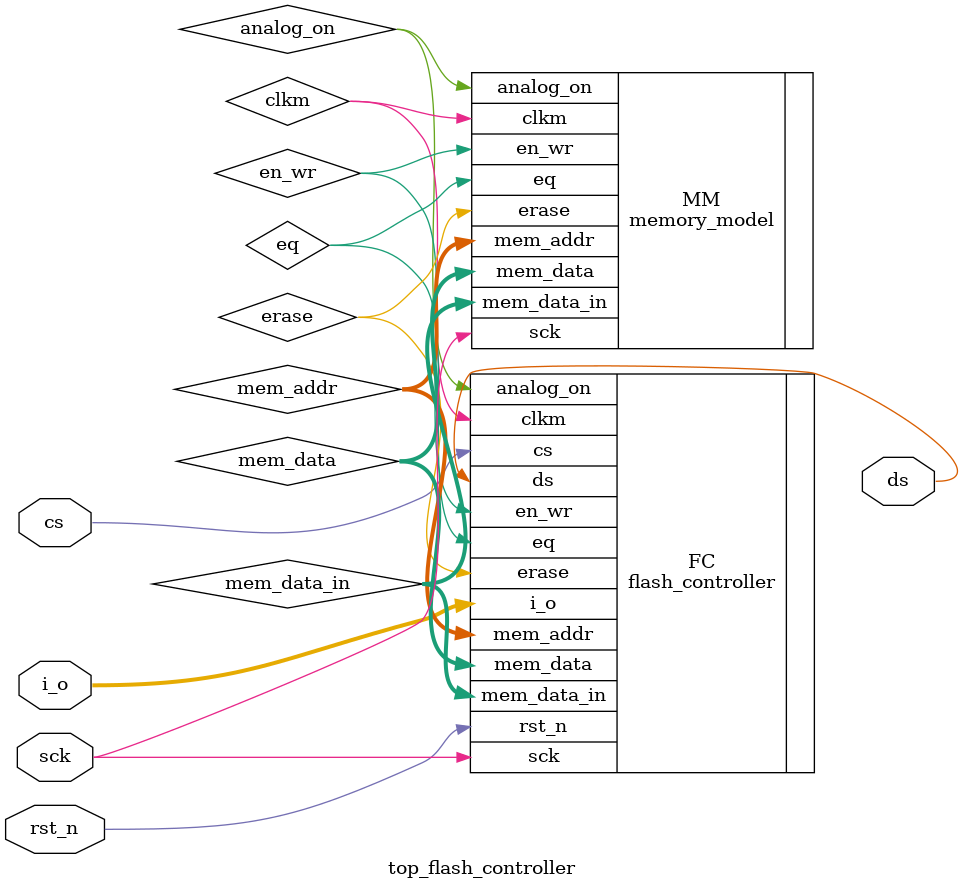
<source format=v>
module top_flash_controller
 ( 
   input          sck,
   input          rst_n,
   input          cs,
   inout   [7:0]  i_o,
   output         ds
 );
wire           clkm;
wire           analog_on;
wire           eq;
wire   [21:0]  mem_addr;
wire   [7:0]   mem_data_in;
wire           en_wr;
wire           erase;
wire   [127:0] mem_data;

memory_model  MM (
                  .analog_on    (analog_on),
                  .eq           (eq),
                  .en_wr        (en_wr),
                  .erase        (erase),
                  .mem_addr     (mem_addr),
                  .sck          (sck),
                  .mem_data_in  (mem_data_in),
                  .clkm         (clkm),
                  .mem_data     (mem_data)
                 );
flash_controller FC (
                  .sck          (sck),
                  .clkm         (clkm),
                  .cs           (cs),
                  .rst_n        (rst_n),
                  .mem_data     (mem_data),
                  .i_o          (i_o),
                  .ds           (ds),
                  .analog_on    (analog_on),
                  .eq           (eq),
                  .mem_addr     (mem_addr),
                  .mem_data_in  (mem_data_in),
                  .en_wr        (en_wr),
                  .erase        (erase)
                  );
endmodule

</source>
